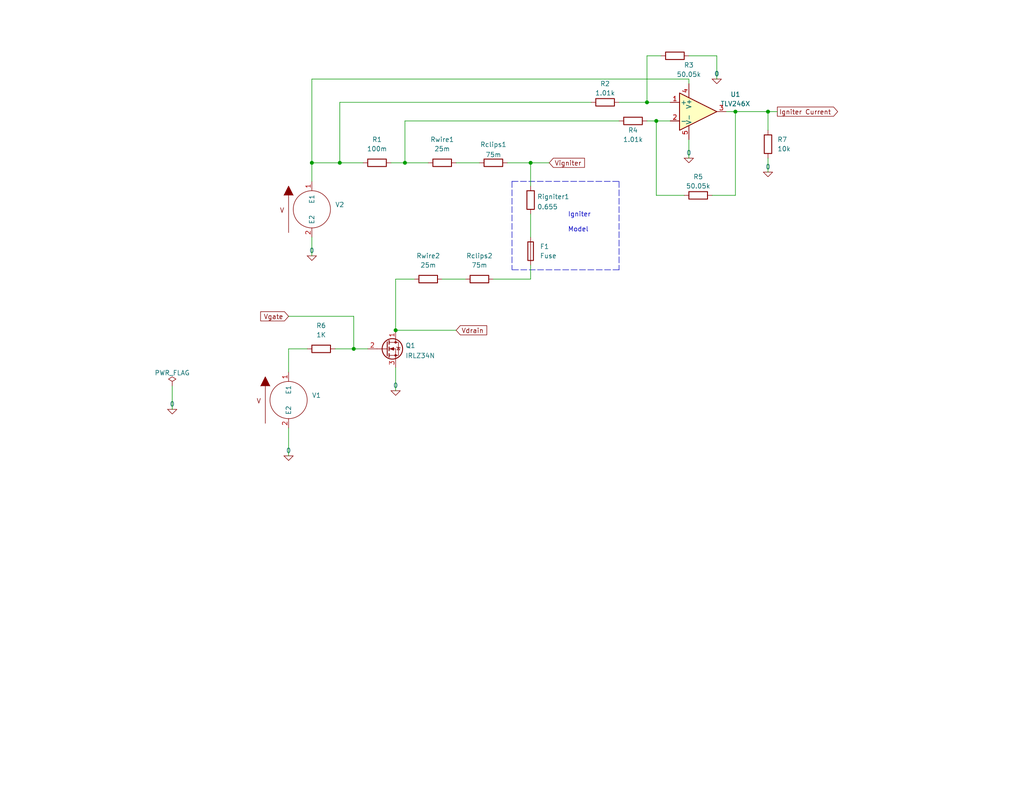
<source format=kicad_sch>
(kicad_sch (version 20211123) (generator eeschema)
  (paper "USLetter")
  (title_block (title "MOSFET Tests") (date "2021-10-26") (rev "0.1") (comment 1 "Estes Igniter"))
  (lib_symbols
    (symbol "Device:Fuse" (pin_numbers hide) (pin_names (offset 0))
      (property "Reference" "F" (at 2.032 0 90))
      (property "Value" "Fuse" (at -1.905 0 90))
      (symbol "Fuse_0_1"
        (rectangle (start -0.762 -2.54) (end 0.762 2.54) (stroke (width 0.254)))
        (polyline (pts (xy 0 2.54) (xy 0 -2.54)))
      )
      (symbol "Fuse_1_1"
        (pin passive line (at 0 3.81 270) (length 1.27) (name "~") (number "1"))
        (pin passive line (at 0 -3.81 90) (length 1.27) (name "~") (number "2"))
      )
    )
    (symbol "Device:R" (pin_numbers hide) (pin_names (offset 0))
      (property "Reference" "R" (at 2.032 0 90))
      (property "Value" "R" (at 0 0 90))
      (symbol "R_0_1"
        (rectangle (start -1.016 -2.54) (end 1.016 2.54) (stroke (width 0.254)))
      )
      (symbol "R_1_1"
        (pin passive line (at 0 3.81 270) (length 1.27) (name "~") (number "1"))
        (pin passive line (at 0 -3.81 90) (length 1.27) (name "~") (number "2"))
      )
    )
    (symbol "Simulation_SPICE:OPAMP" (pin_names (offset 0.254))
      (property "Reference" "U" (at 3.81 3.175 0))
      (property "Value" "OPAMP" (at 3.81 -3.175 0))
      (symbol "OPAMP_0_1"
        (polyline (pts (xy 5.08 0) (xy -5.08 5.08) (xy -5.08 -5.08) (xy 5.08 0)) (stroke (width 0.254)) (fill (type background)))
      )
      (symbol "OPAMP_1_1"
        (pin input line (at -7.62 2.54 0) (length 2.54) (name "+") (number "1"))
        (pin input line (at -7.62 -2.54 0) (length 2.54) (name "-") (number "2"))
        (pin output line (at 7.62 0 180) (length 2.54) (name "~") (number "3"))
        (pin power_in line (at -2.54 7.62 270) (length 3.81) (name "V+") (number "4"))
        (pin power_in line (at -2.54 -7.62 90) (length 3.81) (name "V-") (number "5"))
      )
    )
    (symbol "Simulation_SPICE:VDC" (pin_numbers hide) (pin_names (offset 0.0254))
      (property "Reference" "V" (at 2.54 2.54 0))
      (property "Value" "VDC" (at 2.54 0 0))
      (property "Spice_Model" "dc(1)" (at 2.54 -2.54 0))
      (symbol "VDC_0_0"
        (polyline (pts (xy -1.27 0.254) (xy 1.27 0.254)))
        (polyline (pts (xy -0.762 -0.254) (xy -1.27 -0.254)))
        (polyline (pts (xy 0.254 -0.254) (xy -0.254 -0.254)))
        (polyline (pts (xy 1.27 -0.254) (xy 0.762 -0.254)))
        (text "+" (at 0 1.905 0) (effects (font (size 1.27 1.27))))
      )
      (symbol "VDC_0_1"
        (circle (center 0 0) (radius 2.54) (stroke (width 0.254)) (fill (type background)))
      )
      (symbol "VDC_1_1"
        (pin passive line (at 0 5.08 270) (length 2.54) (name "~") (number "1"))
        (pin passive line (at 0 -5.08 90) (length 2.54) (name "~") (number "2"))
      )
    )
    (symbol "Transistor_FET:IRLZ34N" (pin_names hide)
      (property "Reference" "Q?" (at 5.207 0.9085 0))
      (property "Value" "IRLZ34N" (at 5.207 -1.8666 0))
      (symbol "IRLZ34N_0_1"
        (polyline (pts (xy 0.254 0) (xy -2.54 0)))
        (polyline (pts (xy 0.254 1.905) (xy 0.254 -1.905)) (stroke (width 0.254)))
        (polyline (pts (xy 0.762 -1.27) (xy 0.762 -2.286)) (stroke (width 0.254)))
        (polyline (pts (xy 0.762 0.508) (xy 0.762 -0.508)) (stroke (width 0.254)))
        (polyline (pts (xy 0.762 2.286) (xy 0.762 1.27)) (stroke (width 0.254)))
        (polyline (pts (xy 2.54 2.54) (xy 2.54 1.778)))
        (polyline (pts (xy 2.54 -2.54) (xy 2.54 0) (xy 0.762 0)))
        (polyline (pts (xy 0.762 -1.778) (xy 3.302 -1.778) (xy 3.302 1.778) (xy 0.762 1.778)))
        (polyline (pts (xy 1.016 0) (xy 2.032 0.381) (xy 2.032 -0.381) (xy 1.016 0)) (fill (type outline)))
        (polyline (pts (xy 2.794 0.508) (xy 2.921 0.381) (xy 3.683 0.381) (xy 3.81 0.254)))
        (polyline (pts (xy 3.302 0.381) (xy 2.921 -0.254) (xy 3.683 -0.254) (xy 3.302 0.381)))
        (circle (center 1.651 0) (radius 2.794) (stroke (width 0.254)))
        (circle (center 2.54 -1.778) (radius 0.254) (fill (type outline)))
        (circle (center 2.54 1.778) (radius 0.254) (fill (type outline)))
      )
      (symbol "IRLZ34N_1_1"
        (pin passive line (at 2.54 5.08 270) (length 2.54) (name "D") (number "1"))
        (pin input line (at -5.08 0 0) (length 2.54) (name "G") (number "2"))
        (pin passive line (at 2.54 -5.08 90) (length 2.54) (name "S") (number "3"))
      )
    )
    (symbol "power:PWR_FLAG" (power) (pin_numbers hide) (pin_names (offset 0) hide)
      (property "Value" "PWR_FLAG" (at 0 3.81 0))
      (symbol "PWR_FLAG_0_0"
        (pin power_out line (at 0 0 90) (length 0) (name "pwr") (number "1"))
      )
      (symbol "PWR_FLAG_0_1"
        (polyline (pts (xy 0 0) (xy 0 1.27) (xy -1.016 1.905) (xy 0 2.54) (xy 1.016 1.905) (xy 0 1.27)))
      )
    )
    (symbol "pspice:0" (power) (pin_names (offset 0))
      (property "Value" "0" (at 0 -1.778 0))
      (symbol "0_0_1"
        (polyline (pts (xy -1.27 0) (xy 0 -1.27) (xy 1.27 0) (xy -1.27 0)))
      )
      (symbol "0_1_1"
        (pin power_in line (at 0 0 0) (length 0) hide (name "0") (number "1"))
      )
    )
    (symbol "pspice:VSOURCE" (pin_names (offset 1.016))
      (property "Reference" "V" (at -6.35 7.62 0))
      (property "Value" "VSOURCE" (at 0 0 0))
      (symbol "VSOURCE_0_1"
        (polyline (pts (xy -6.35 -6.35) (xy -6.35 3.81)) (fill (type outline)))
        (polyline (pts (xy -7.62 3.81) (xy -6.35 6.35) (xy -5.08 3.81)) (fill (type outline)))
        (circle (center 0 0) (radius 5.08))
        (text "V" (at -8.128 -0.254 0) (effects (font (size 1.27 1.27))))
      )
      (symbol "VSOURCE_1_1"
        (pin input line (at 0 7.62 270) (length 2.54) (name "E1") (number "1"))
        (pin input line (at 0 -7.62 90) (length 2.54) (name "E2") (number "2"))
      )
    )
  )
  (junction (at 85.09 44.45))
  (junction (at 209.55 30.48))
  (junction (at 179.07 33.02))
  (junction (at 144.78 44.45))
  (junction (at 110.49 44.45))
  (junction (at 200.66 30.48))
  (junction (at 176.53 27.94))
  (junction (at 92.71 44.45))
  (junction (at 96.52 95.25))
  (junction (at 107.95 90.17))
  (wire (pts (xy 120.65 76.2) (xy 127 76.2)))
  (wire (pts (xy 107.95 90.17) (xy 124.46 90.17)))
  (wire (pts (xy 96.52 95.25) (xy 100.33 95.25)))
  (polyline (pts (xy 139.7 49.53) (xy 139.7 73.66)))
  (wire (pts (xy 144.78 58.42) (xy 144.78 64.77)))
  (wire (pts (xy 209.55 43.18) (xy 209.55 46.99)))
  (wire (pts (xy 198.12 30.48) (xy 200.66 30.48)))
  (wire (pts (xy 46.99 105.41) (xy 46.99 111.76)))
  (wire (pts (xy 85.09 64.77) (xy 85.09 69.85)))
  (wire (pts (xy 78.74 116.84) (xy 78.74 124.46)))
  (wire (pts (xy 176.53 15.24) (xy 176.53 27.94)))
  (wire (pts (xy 124.46 44.45) (xy 130.81 44.45)))
  (wire (pts (xy 176.53 15.24) (xy 180.34 15.24)))
  (wire (pts (xy 144.78 44.45) (xy 144.78 50.8)))
  (wire (pts (xy 168.91 27.94) (xy 176.53 27.94)))
  (wire (pts (xy 78.74 95.25) (xy 78.74 101.6)))
  (wire (pts (xy 92.71 27.94) (xy 161.29 27.94)))
  (wire (pts (xy 92.71 44.45) (xy 92.71 27.94)))
  (wire (pts (xy 209.55 30.48) (xy 212.09 30.48)))
  (wire (pts (xy 96.52 86.36) (xy 96.52 95.25)))
  (wire (pts (xy 92.71 44.45) (xy 99.06 44.45)))
  (wire (pts (xy 85.09 44.45) (xy 85.09 49.53)))
  (wire (pts (xy 91.44 95.25) (xy 96.52 95.25)))
  (wire (pts (xy 176.53 33.02) (xy 179.07 33.02)))
  (wire (pts (xy 83.82 95.25) (xy 78.74 95.25)))
  (polyline (pts (xy 168.91 73.66) (xy 139.7 73.66)))
  (wire (pts (xy 78.74 86.36) (xy 96.52 86.36)))
  (wire (pts (xy 179.07 33.02) (xy 182.88 33.02)))
  (wire (pts (xy 107.95 100.33) (xy 107.95 106.68)))
  (wire (pts (xy 85.09 21.59) (xy 187.96 21.59)))
  (wire (pts (xy 144.78 44.45) (xy 149.86 44.45)))
  (wire (pts (xy 179.07 33.02) (xy 179.07 53.34)))
  (wire (pts (xy 187.96 21.59) (xy 187.96 22.86)))
  (wire (pts (xy 209.55 30.48) (xy 209.55 35.56)))
  (wire (pts (xy 110.49 44.45) (xy 116.84 44.45)))
  (wire (pts (xy 85.09 21.59) (xy 85.09 44.45)))
  (wire (pts (xy 138.43 44.45) (xy 144.78 44.45)))
  (wire (pts (xy 187.96 38.1) (xy 187.96 43.18)))
  (wire (pts (xy 144.78 76.2) (xy 144.78 72.39)))
  (wire (pts (xy 179.07 53.34) (xy 186.69 53.34)))
  (wire (pts (xy 187.96 15.24) (xy 195.58 15.24)))
  (polyline (pts (xy 139.7 49.53) (xy 168.91 49.53)))
  (wire (pts (xy 134.62 76.2) (xy 144.78 76.2)))
  (wire (pts (xy 107.95 76.2) (xy 107.95 90.17)))
  (wire (pts (xy 176.53 27.94) (xy 182.88 27.94)))
  (polyline (pts (xy 168.91 49.53) (xy 168.91 73.66)))
  (wire (pts (xy 106.68 44.45) (xy 110.49 44.45)))
  (wire (pts (xy 85.09 44.45) (xy 92.71 44.45)))
  (wire (pts (xy 195.58 15.24) (xy 195.58 21.59)))
  (wire (pts (xy 200.66 53.34) (xy 200.66 30.48)))
  (wire (pts (xy 200.66 30.48) (xy 209.55 30.48)))
  (wire (pts (xy 107.95 76.2) (xy 113.03 76.2)))
  (wire (pts (xy 168.91 33.02) (xy 110.49 33.02)))
  (wire (pts (xy 110.49 33.02) (xy 110.49 44.45)))
  (wire (pts (xy 194.31 53.34) (xy 200.66 53.34)))
  (text "Igniter\n\nModel" (at 154.94 63.5 0) (effects (font (size 1.27 1.27)) (justify left bottom)))
  (global_label "Vigniter" (shape input) (at 149.86 44.45 0) (property "Intersheet References" "${INTERSHEET_REFS}" (effects hide)))
  (global_label "Vdrain" (shape input) (at 124.46 90.17 0) (property "Intersheet References" "${INTERSHEET_REFS}" (effects hide)))
  (global_label "Vgate" (shape input) (at 78.74 86.36 180) (property "Intersheet References" "${INTERSHEET_REFS}" (effects hide)))
  (global_label "Igniter Current" (shape output) (at 212.09 30.48 0) (property "Intersheet References" "${INTERSHEET_REFS}" (effects hide)))
  (symbol (lib_id "pspice:0") (at 85.09 69.85 0) (unit 1)
    (property "Reference" "#GND0103" (effects hide))
    (property "Value" "0" (at 85.09 68.4044 0))
  )
  (symbol (lib_id "Device:R") (at 184.15 15.24 270) (unit 1)
    (property "Reference" "R3" (at 187.96 17.78 90))
    (property "Value" "50.05k" (at 187.96 20.32 90))
  )
  (symbol (lib_id "Device:R") (at 130.81 76.2 270) (unit 1)
    (property "Reference" "Rclips2" (at 130.81 69.85 90))
    (property "Value" "75m" (at 130.81 72.39 90))
  )
  (symbol (lib_id "Device:R") (at 102.87 44.45 270) (unit 1)
    (property "Reference" "R1" (at 102.87 38.1 90))
    (property "Value" "100m" (at 102.87 40.64 90))
    (property "Spice_Primitive" "R" (effects hide))
    (property "Spice_Model" "0.1" (effects hide))
    (property "Spice_Netlist_Enabled" "Y" (effects hide))
  )
  (symbol (lib_id "Device:R") (at 190.5 53.34 270) (unit 1)
    (property "Reference" "R5" (at 190.5 48.26 90))
    (property "Value" "50.05k" (at 190.5 50.8 90))
  )
  (symbol (lib_id "Device:R") (at 120.65 44.45 90) (unit 1)
    (property "Reference" "Rwire1" (at 120.65 38.1 90))
    (property "Value" "25m" (at 120.65 40.64 90))
  )
  (symbol (lib_id "Device:R") (at 165.1 27.94 270) (unit 1)
    (property "Reference" "R2" (at 165.1 22.86 90))
    (property "Value" "1.01k" (at 165.1 25.4 90))
  )
  (symbol (lib_id "Simulation_SPICE:OPAMP") (at 190.5 30.48 0) (unit 1)
    (property "Reference" "U1" (at 200.66 25.781 0))
    (property "Value" "TLV246X" (at 200.66 28.321 0))
    (property "Spice_Netlist_Enabled" "Y" (effects hide))
    (property "Spice_Primitive" "X" (effects hide))
    (property "Spice_Model" "TLV246X" (effects hide))
    (property "Spice_Lib_File" "/home/mark/python-projects/rocket_launcher_flask/Designs/libraries/TLV2462/tlv2462.spi" (effects hide))
    (property "Spice_Node_Sequence" "1 2 4 5 3" (effects hide))
  )
  (symbol (lib_id "Simulation_SPICE:VDC") (at 299.72 53.34 0) (unit 1)
    (property "Reference" "V?" (at 303.022 51.0439 0) (effects (justify left)))
    (property "Value" "12" (at 303.022 53.819 0) (effects (justify left)))
    (property "Spice_Netlist_Enabled" "N" (effects hide))
    (property "Spice_Primitive" "V" (effects hide))
    (property "Spice_Model" "dc 12" (at 303.022 56.5941 0) (effects (justify left)))
  )
  (symbol (lib_id "pspice:0") (at 187.96 43.18 0) (unit 1)
    (property "Reference" "#GND0106" (effects hide))
    (property "Value" "0" (at 187.96 41.7344 0))
  )
  (symbol (lib_id "Device:Fuse") (at 144.78 68.58 0) (unit 1)
    (property "Reference" "F1" (at 147.32 67.3099 0) (effects (justify left)))
    (property "Value" "Fuse" (at 147.32 69.8499 0) (effects (justify left)))
    (property "Spice_Primitive" "X" (effects hide))
    (property "Spice_Model" "FUSE" (effects hide))
    (property "Spice_Netlist_Enabled" "Y" (effects hide))
    (property "Spice_Lib_File" "/home/mark/python-projects/rocket_launcher_flask/Designs/libraries/fuse/Kicad/fuse_model_3.spi" (effects hide))
  )
  (symbol (lib_id "power:PWR_FLAG") (at 46.99 105.41 0) (unit 1)
    (property "Reference" "#FLG0101" (effects hide))
    (property "Value" "PWR_FLAG" (at 46.99 101.8055 0))
  )
  (symbol (lib_id "Device:R") (at 116.84 76.2 270) (unit 1)
    (property "Reference" "Rwire2" (at 116.84 69.85 90))
    (property "Value" "25m" (at 116.84 72.39 90))
  )
  (symbol (lib_id "Device:R") (at 209.55 39.37 0) (unit 1)
    (property "Reference" "R7" (at 212.09 38.0999 0) (effects (justify left)))
    (property "Value" "10k" (at 212.09 40.6399 0) (effects (justify left)))
  )
  (symbol (lib_id "pspice:VSOURCE") (at 78.74 109.22 0) (unit 1)
    (property "Reference" "V1" (at 85.09 107.9499 0) (effects (justify left)))
    (property "Value" "PWL (0 0 1 1 2 2 3 3 4 4 5 5 5 5 5 5 5 5 5 5 5 5)" (effects hide))
    (property "Spice_Primitive" "V" (effects hide))
    (property "Spice_Model" "PWL (0 0 1 1 2 2 3 3 4 4 5 5 5 5 5 5 5 5 5 5 5 5)" (at 85.09 110.4899 0) (effects (justify left)))
    (property "Spice_Netlist_Enabled" "Y" (effects hide))
  )
  (symbol (lib_id "pspice:0") (at 46.99 111.76 0) (unit 1)
    (property "Reference" "#GND0104" (effects hide))
    (property "Value" "0" (at 46.99 110.3144 0))
  )
  (symbol (lib_id "Device:R") (at 87.63 95.25 90) (unit 1)
    (property "Reference" "R6" (at 87.63 88.9 90))
    (property "Value" "1K" (at 87.63 91.44 90))
  )
  (symbol (lib_id "pspice:0") (at 78.74 124.46 0) (unit 1)
    (property "Reference" "#GND0102" (effects hide))
    (property "Value" "0" (at 78.74 123.0144 0))
  )
  (symbol (lib_id "pspice:VSOURCE") (at 85.09 57.15 0) (unit 1)
    (property "Reference" "V2" (at 91.44 55.8799 0) (effects (justify left)))
    (property "Value" "12v" (effects hide))
    (property "Spice_Primitive" "V" (effects hide))
    (property "Spice_Model" "dc 12v" (at 91.44 58.4199 0) (effects (justify left)))
    (property "Spice_Netlist_Enabled" "Y" (effects hide))
  )
  (symbol (lib_id "Transistor_FET:IRLZ34N") (at 105.41 95.25 0) (unit 1)
    (property "Reference" "Q1" (at 110.617 94.3415 0) (effects (justify left)))
    (property "Value" "IRLZ34N" (at 110.617 97.1166 0) (effects (justify left)))
    (property "Footprint" "Package_TO_SOT_THT:TO-220-3_Vertical" (effects hide))
    (property "Datasheet" "http://www.infineon.com/dgdl/irlz34npbf.pdf?fileId=5546d462533600a40153567206892720" (effects hide))
    (property "Spice_Primitive" "X" (effects hide))
    (property "Spice_Model" "irlz34n" (effects hide))
    (property "Spice_Netlist_Enabled" "Y" (effects hide))
    (property "Spice_Lib_File" "/home/mark/python-projects/rocket_launcher_flask/Designs/libraries/irlz34n.spi" (effects hide))
  )
  (symbol (lib_id "pspice:0") (at 107.95 106.68 0) (unit 1)
    (property "Reference" "#GND0101" (effects hide))
    (property "Value" "0" (at 107.95 105.2344 0))
  )
  (symbol (lib_id "pspice:0") (at 209.55 46.99 0) (unit 1)
    (property "Reference" "#GND0107" (effects hide))
    (property "Value" "0" (at 209.55 45.5444 0))
  )
  (symbol (lib_id "Device:R") (at 144.78 54.61 0) (unit 1)
    (property "Reference" "Rigniter1" (at 146.558 53.7015 0) (effects (justify left)))
    (property "Value" "0.655" (at 146.558 56.4766 0) (effects (justify left)))
  )
  (symbol (lib_id "pspice:0") (at 195.58 21.59 0) (unit 1)
    (property "Reference" "#GND0105" (effects hide))
    (property "Value" "0" (at 195.58 20.1444 0))
  )
  (symbol (lib_id "Device:R") (at 134.62 44.45 270) (unit 1)
    (property "Reference" "Rclips1" (at 134.62 39.4675 90))
    (property "Value" "75m" (at 134.62 42.2426 90))
  )
  (symbol (lib_id "Device:R") (at 172.72 33.02 270) (unit 1)
    (property "Reference" "R4" (at 172.72 35.56 90))
    (property "Value" "1.01k" (at 172.72 38.1 90))
  )
)
</source>
